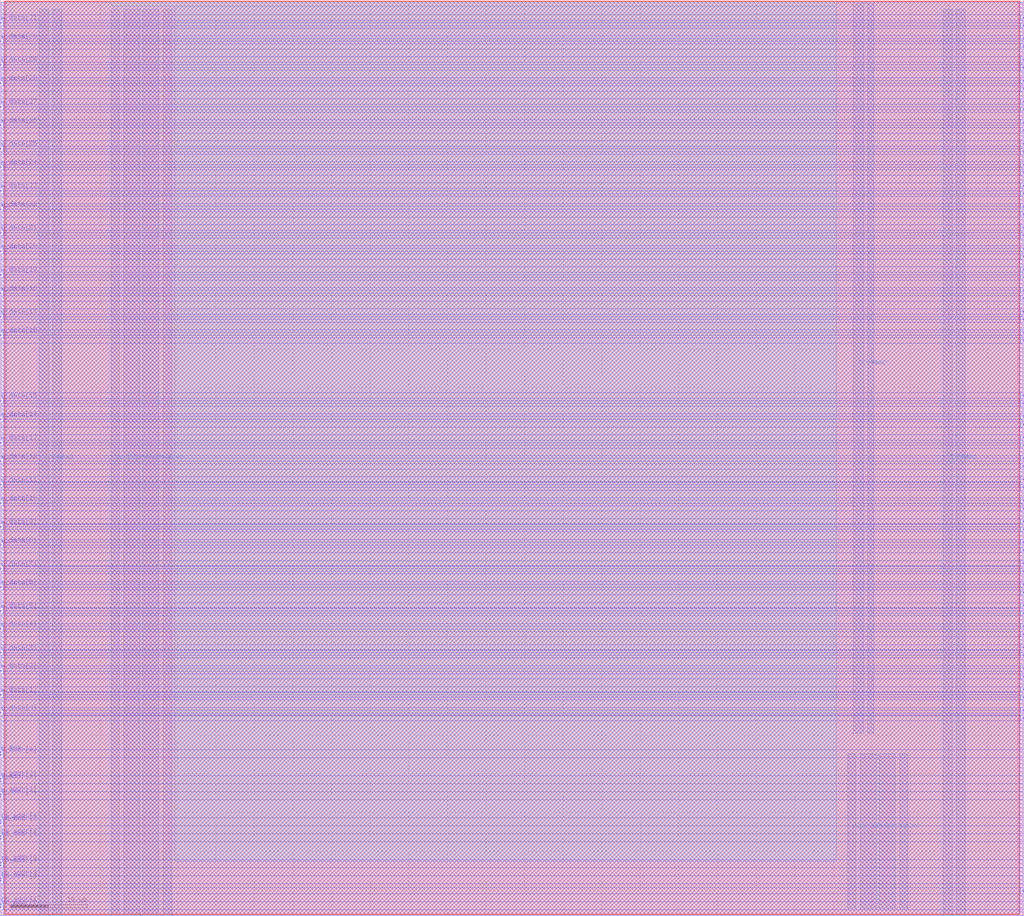
<source format=lef>
VERSION 5.7 ;
  NOWIREEXTENSIONATPIN ON ;
  DIVIDERCHAR "/" ;
  BUSBITCHARS "[]" ;
MACRO rf_top
  CLASS BLOCK ;
  FOREIGN rf_top ;
  ORIGIN 22.920 23.400 ;
  SIZE 132.640 BY 118.700 ;
  PIN VGND
    DIRECTION INPUT ;
    USE GROUND ;
    PORT
      LAYER met3 ;
        RECT -16.160 -23.360 -14.960 94.080 ;
    END
    PORT
      LAYER met3 ;
        RECT -8.550 -23.360 -7.490 94.080 ;
    END
    PORT
      LAYER met3 ;
        RECT -1.800 -23.360 -0.740 94.080 ;
    END
    PORT
      LAYER met3 ;
        RECT 86.860 -22.415 87.920 -2.415 ;
    END
    PORT
      LAYER met3 ;
        RECT 89.505 0.235 90.235 94.965 ;
    END
    PORT
      LAYER met3 ;
        RECT 93.610 -22.415 94.670 -2.415 ;
    END
    PORT
      LAYER met3 ;
        RECT 100.930 -23.360 102.130 94.080 ;
    END
  END VGND
  PIN VDPWR
    DIRECTION INPUT ;
    USE POWER ;
    PORT
      LAYER met3 ;
        RECT -17.860 -23.360 -16.660 94.080 ;
    END
    PORT
      LAYER met3 ;
        RECT -6.910 -23.360 -4.850 94.080 ;
    END
    PORT
      LAYER met3 ;
        RECT -4.440 -23.360 -2.380 94.080 ;
    END
    PORT
      LAYER met3 ;
        RECT 87.610 0.235 88.960 94.965 ;
    END
    PORT
      LAYER met3 ;
        RECT 88.500 -22.415 90.560 -2.415 ;
    END
    PORT
      LAYER met3 ;
        RECT 90.970 -22.415 93.030 -2.415 ;
    END
    PORT
      LAYER met3 ;
        RECT 99.230 -23.360 100.430 94.080 ;
    END
  END VDPWR
  PIN clk
    DIRECTION INPUT ;
    USE SIGNAL ;
    ANTENNAGATEAREA 0.450000 ;
    PORT
      LAYER met2 ;
        RECT 109.580 -20.285 109.720 -20.025 ;
    END
  END clk
  PIN w_data[0]
    DIRECTION INPUT ;
    USE SIGNAL ;
    ANTENNAGATEAREA 0.159000 ;
    PORT
      LAYER met2 ;
        RECT -22.920 2.820 -22.780 2.960 ;
    END
  END w_data[0]
  PIN w_data[1]
    DIRECTION INPUT ;
    USE SIGNAL ;
    ANTENNAGATEAREA 0.159000 ;
    PORT
      LAYER met2 ;
        RECT -22.920 5.200 -22.780 5.340 ;
    END
  END w_data[1]
  PIN w_data[2]
    DIRECTION INPUT ;
    USE SIGNAL ;
    ANTENNAGATEAREA 0.159000 ;
    PORT
      LAYER met2 ;
        RECT -22.920 8.260 -22.780 8.400 ;
    END
  END w_data[2]
  PIN w_data[3]
    DIRECTION INPUT ;
    USE SIGNAL ;
    ANTENNAGATEAREA 0.159000 ;
    PORT
      LAYER met2 ;
        RECT -22.920 10.640 -22.780 10.780 ;
    END
  END w_data[3]
  PIN w_data[4]
    DIRECTION INPUT ;
    USE SIGNAL ;
    ANTENNAGATEAREA 0.159000 ;
    PORT
      LAYER met2 ;
        RECT -22.920 13.700 -22.780 13.840 ;
    END
  END w_data[4]
  PIN w_data[5]
    DIRECTION INPUT ;
    USE SIGNAL ;
    ANTENNAGATEAREA 0.159000 ;
    PORT
      LAYER met2 ;
        RECT -22.920 16.080 -22.780 16.220 ;
    END
  END w_data[5]
  PIN w_data[6]
    DIRECTION INPUT ;
    USE SIGNAL ;
    ANTENNAGATEAREA 0.159000 ;
    PORT
      LAYER met2 ;
        RECT -22.920 19.140 -22.780 19.280 ;
    END
  END w_data[6]
  PIN w_data[7]
    DIRECTION INPUT ;
    USE SIGNAL ;
    ANTENNAGATEAREA 0.159000 ;
    PORT
      LAYER met2 ;
        RECT -22.920 21.520 -22.780 21.660 ;
    END
  END w_data[7]
  PIN w_data[8]
    DIRECTION INPUT ;
    USE SIGNAL ;
    ANTENNAGATEAREA 0.159000 ;
    PORT
      LAYER met2 ;
        RECT -22.920 24.580 -22.780 24.720 ;
    END
  END w_data[8]
  PIN w_data[9]
    DIRECTION INPUT ;
    USE SIGNAL ;
    ANTENNAGATEAREA 0.159000 ;
    PORT
      LAYER met2 ;
        RECT -22.920 26.960 -22.780 27.100 ;
    END
  END w_data[9]
  PIN w_data[10]
    DIRECTION INPUT ;
    USE SIGNAL ;
    ANTENNAGATEAREA 0.159000 ;
    PORT
      LAYER met2 ;
        RECT -22.920 30.020 -22.780 30.160 ;
    END
  END w_data[10]
  PIN w_data[11]
    DIRECTION INPUT ;
    USE SIGNAL ;
    ANTENNAGATEAREA 0.159000 ;
    PORT
      LAYER met2 ;
        RECT -22.920 32.400 -22.780 32.540 ;
    END
  END w_data[11]
  PIN w_data[12]
    DIRECTION INPUT ;
    USE SIGNAL ;
    ANTENNAGATEAREA 0.159000 ;
    PORT
      LAYER met2 ;
        RECT -22.920 35.460 -22.780 35.600 ;
    END
  END w_data[12]
  PIN w_data[13]
    DIRECTION INPUT ;
    USE SIGNAL ;
    ANTENNAGATEAREA 0.159000 ;
    PORT
      LAYER met2 ;
        RECT -22.920 37.840 -22.780 37.980 ;
    END
  END w_data[13]
  PIN w_data[14]
    DIRECTION INPUT ;
    USE SIGNAL ;
    ANTENNAGATEAREA 0.159000 ;
    PORT
      LAYER met2 ;
        RECT -22.920 40.900 -22.780 41.040 ;
    END
  END w_data[14]
  PIN w_data[15]
    DIRECTION INPUT ;
    USE SIGNAL ;
    ANTENNAGATEAREA 0.159000 ;
    PORT
      LAYER met2 ;
        RECT -22.920 43.280 -22.780 43.420 ;
    END
  END w_data[15]
  PIN w_data[16]
    DIRECTION INPUT ;
    USE SIGNAL ;
    ANTENNAGATEAREA 0.159000 ;
    PORT
      LAYER met2 ;
        RECT -22.920 51.780 -22.780 51.920 ;
    END
  END w_data[16]
  PIN w_data[17]
    DIRECTION INPUT ;
    USE SIGNAL ;
    ANTENNAGATEAREA 0.159000 ;
    PORT
      LAYER met2 ;
        RECT -22.920 54.160 -22.780 54.300 ;
    END
  END w_data[17]
  PIN w_data[18]
    DIRECTION INPUT ;
    USE SIGNAL ;
    ANTENNAGATEAREA 0.159000 ;
    PORT
      LAYER met2 ;
        RECT -22.920 57.220 -22.780 57.360 ;
    END
  END w_data[18]
  PIN w_data[19]
    DIRECTION INPUT ;
    USE SIGNAL ;
    ANTENNAGATEAREA 0.159000 ;
    PORT
      LAYER met2 ;
        RECT -22.920 59.600 -22.780 59.740 ;
    END
  END w_data[19]
  PIN w_data[20]
    DIRECTION INPUT ;
    USE SIGNAL ;
    ANTENNAGATEAREA 0.159000 ;
    PORT
      LAYER met2 ;
        RECT -22.920 62.660 -22.780 62.800 ;
    END
  END w_data[20]
  PIN w_data[21]
    DIRECTION INPUT ;
    USE SIGNAL ;
    ANTENNAGATEAREA 0.159000 ;
    PORT
      LAYER met2 ;
        RECT -22.920 65.040 -22.780 65.180 ;
    END
  END w_data[21]
  PIN w_data[22]
    DIRECTION INPUT ;
    USE SIGNAL ;
    ANTENNAGATEAREA 0.159000 ;
    PORT
      LAYER met2 ;
        RECT -22.920 68.100 -22.780 68.240 ;
    END
  END w_data[22]
  PIN w_data[23]
    DIRECTION INPUT ;
    USE SIGNAL ;
    ANTENNAGATEAREA 0.159000 ;
    PORT
      LAYER met2 ;
        RECT -22.920 70.480 -22.780 70.620 ;
    END
  END w_data[23]
  PIN w_data[24]
    DIRECTION INPUT ;
    USE SIGNAL ;
    ANTENNAGATEAREA 0.159000 ;
    PORT
      LAYER met2 ;
        RECT -22.920 73.540 -22.780 73.680 ;
    END
  END w_data[24]
  PIN w_data[25]
    DIRECTION INPUT ;
    USE SIGNAL ;
    ANTENNAGATEAREA 0.159000 ;
    PORT
      LAYER met2 ;
        RECT -22.920 75.920 -22.780 76.060 ;
    END
  END w_data[25]
  PIN w_data[26]
    DIRECTION INPUT ;
    USE SIGNAL ;
    ANTENNAGATEAREA 0.159000 ;
    PORT
      LAYER met2 ;
        RECT -22.920 78.980 -22.780 79.120 ;
    END
  END w_data[26]
  PIN w_data[27]
    DIRECTION INPUT ;
    USE SIGNAL ;
    ANTENNAGATEAREA 0.159000 ;
    PORT
      LAYER met2 ;
        RECT -22.920 81.360 -22.780 81.500 ;
    END
  END w_data[27]
  PIN w_data[28]
    DIRECTION INPUT ;
    USE SIGNAL ;
    ANTENNAGATEAREA 0.159000 ;
    PORT
      LAYER met2 ;
        RECT -22.920 84.420 -22.780 84.560 ;
    END
  END w_data[28]
  PIN w_data[29]
    DIRECTION INPUT ;
    USE SIGNAL ;
    ANTENNAGATEAREA 0.159000 ;
    PORT
      LAYER met2 ;
        RECT -22.920 86.800 -22.780 86.940 ;
    END
  END w_data[29]
  PIN w_data[30]
    DIRECTION INPUT ;
    USE SIGNAL ;
    ANTENNAGATEAREA 0.159000 ;
    PORT
      LAYER met2 ;
        RECT -22.920 89.860 -22.780 90.000 ;
    END
  END w_data[30]
  PIN w_data[31]
    DIRECTION INPUT ;
    USE SIGNAL ;
    ANTENNAGATEAREA 0.159000 ;
    PORT
      LAYER met2 ;
        RECT -22.920 92.240 -22.780 92.380 ;
    END
  END w_data[31]
  PIN w_addr[0]
    DIRECTION INPUT ;
    USE SIGNAL ;
    ANTENNAGATEAREA 0.159000 ;
    PORT
      LAYER met2 ;
        RECT -22.920 -8.060 -22.780 -7.920 ;
    END
  END w_addr[0]
  PIN w_addr[1]
    DIRECTION INPUT ;
    USE SIGNAL ;
    ANTENNAGATEAREA 0.159000 ;
    PORT
      LAYER met2 ;
        RECT -22.920 -7.720 -22.780 -7.580 ;
    END
  END w_addr[1]
  PIN w_addr[2]
    DIRECTION INPUT ;
    USE SIGNAL ;
    ANTENNAGATEAREA 0.159000 ;
    PORT
      LAYER met2 ;
        RECT -22.920 -6.020 -22.780 -5.880 ;
    END
  END w_addr[2]
  PIN w_addr[3]
    DIRECTION INPUT ;
    USE SIGNAL ;
    ANTENNAGATEAREA 0.159000 ;
    PORT
      LAYER met2 ;
        RECT -22.920 -5.680 -22.780 -5.540 ;
    END
  END w_addr[3]
  PIN w_addr[4]
    DIRECTION INPUT ;
    USE SIGNAL ;
    ANTENNAGATEAREA 0.159000 ;
    PORT
      LAYER met2 ;
        RECT -22.920 -2.620 -22.780 -2.480 ;
    END
  END w_addr[4]
  PIN w_ena
    DIRECTION INPUT ;
    USE SIGNAL ;
    ANTENNAGATEAREA 0.159000 ;
    PORT
      LAYER met2 ;
        RECT -22.920 -2.280 -22.780 -2.140 ;
    END
  END w_ena
  PIN ra_addr[0]
    DIRECTION INPUT ;
    USE SIGNAL ;
    ANTENNAGATEAREA 0.159000 ;
    PORT
      LAYER met2 ;
        RECT -22.920 -16.560 -22.780 -16.420 ;
    END
  END ra_addr[0]
  PIN ra_addr[1]
    DIRECTION INPUT ;
    USE SIGNAL ;
    ANTENNAGATEAREA 0.159000 ;
    PORT
      LAYER met2 ;
        RECT -22.920 -13.500 -22.780 -13.360 ;
    END
  END ra_addr[1]
  PIN ra_addr[2]
    DIRECTION INPUT ;
    USE SIGNAL ;
    ANTENNAGATEAREA 0.159000 ;
    PORT
      LAYER met2 ;
        RECT -22.920 -13.160 -22.780 -13.020 ;
    END
  END ra_addr[2]
  PIN ra_addr[3]
    DIRECTION INPUT ;
    USE SIGNAL ;
    ANTENNAGATEAREA 0.159000 ;
    PORT
      LAYER met2 ;
        RECT -22.920 -11.460 -22.780 -11.320 ;
    END
  END ra_addr[3]
  PIN ra_addr[4]
    DIRECTION INPUT ;
    USE SIGNAL ;
    ANTENNAGATEAREA 0.159000 ;
    PORT
      LAYER met2 ;
        RECT -22.920 -11.120 -22.780 -10.980 ;
    END
  END ra_addr[4]
  PIN ra_data[0]
    DIRECTION OUTPUT ;
    USE SIGNAL ;
    ANTENNADIFFAREA 0.891000 ;
    PORT
      LAYER met2 ;
        RECT 109.580 2.140 109.720 2.280 ;
    END
  END ra_data[0]
  PIN ra_data[1]
    DIRECTION OUTPUT ;
    USE SIGNAL ;
    ANTENNADIFFAREA 0.891000 ;
    PORT
      LAYER met2 ;
        RECT 109.580 5.880 109.720 6.020 ;
    END
  END ra_data[1]
  PIN ra_data[2]
    DIRECTION OUTPUT ;
    USE SIGNAL ;
    ANTENNADIFFAREA 0.891000 ;
    PORT
      LAYER met2 ;
        RECT 109.580 7.580 109.720 7.720 ;
    END
  END ra_data[2]
  PIN ra_data[3]
    DIRECTION OUTPUT ;
    USE SIGNAL ;
    ANTENNADIFFAREA 0.891000 ;
    PORT
      LAYER met2 ;
        RECT 109.580 11.320 109.720 11.460 ;
    END
  END ra_data[3]
  PIN ra_data[4]
    DIRECTION OUTPUT ;
    USE SIGNAL ;
    ANTENNADIFFAREA 0.891000 ;
    PORT
      LAYER met2 ;
        RECT 109.580 13.020 109.720 13.160 ;
    END
  END ra_data[4]
  PIN ra_data[5]
    DIRECTION OUTPUT ;
    USE SIGNAL ;
    ANTENNADIFFAREA 0.891000 ;
    PORT
      LAYER met2 ;
        RECT 109.580 16.760 109.720 16.900 ;
    END
  END ra_data[5]
  PIN ra_data[6]
    DIRECTION OUTPUT ;
    USE SIGNAL ;
    ANTENNADIFFAREA 0.891000 ;
    PORT
      LAYER met2 ;
        RECT 109.580 18.460 109.720 18.600 ;
    END
  END ra_data[6]
  PIN ra_data[7]
    DIRECTION OUTPUT ;
    USE SIGNAL ;
    ANTENNADIFFAREA 0.891000 ;
    PORT
      LAYER met2 ;
        RECT 109.580 22.200 109.720 22.340 ;
    END
  END ra_data[7]
  PIN ra_data[8]
    DIRECTION OUTPUT ;
    USE SIGNAL ;
    ANTENNADIFFAREA 0.891000 ;
    PORT
      LAYER met2 ;
        RECT 109.580 23.900 109.720 24.040 ;
    END
  END ra_data[8]
  PIN ra_data[9]
    DIRECTION OUTPUT ;
    USE SIGNAL ;
    ANTENNADIFFAREA 0.891000 ;
    PORT
      LAYER met2 ;
        RECT 109.580 27.640 109.720 27.780 ;
    END
  END ra_data[9]
  PIN ra_data[10]
    DIRECTION OUTPUT ;
    USE SIGNAL ;
    ANTENNADIFFAREA 0.891000 ;
    PORT
      LAYER met2 ;
        RECT 109.580 29.340 109.720 29.480 ;
    END
  END ra_data[10]
  PIN ra_data[11]
    DIRECTION OUTPUT ;
    USE SIGNAL ;
    ANTENNADIFFAREA 0.891000 ;
    PORT
      LAYER met2 ;
        RECT 109.580 33.080 109.720 33.220 ;
    END
  END ra_data[11]
  PIN ra_data[12]
    DIRECTION OUTPUT ;
    USE SIGNAL ;
    ANTENNADIFFAREA 0.891000 ;
    PORT
      LAYER met2 ;
        RECT 109.580 34.780 109.720 34.920 ;
    END
  END ra_data[12]
  PIN ra_data[13]
    DIRECTION OUTPUT ;
    USE SIGNAL ;
    ANTENNADIFFAREA 0.891000 ;
    PORT
      LAYER met2 ;
        RECT 109.580 38.520 109.720 38.660 ;
    END
  END ra_data[13]
  PIN ra_data[14]
    DIRECTION OUTPUT ;
    USE SIGNAL ;
    ANTENNADIFFAREA 0.891000 ;
    PORT
      LAYER met2 ;
        RECT 109.580 40.220 109.720 40.360 ;
    END
  END ra_data[14]
  PIN ra_data[15]
    DIRECTION OUTPUT ;
    USE SIGNAL ;
    ANTENNADIFFAREA 0.891000 ;
    PORT
      LAYER met2 ;
        RECT 109.580 43.960 109.720 44.100 ;
    END
  END ra_data[15]
  PIN ra_data[16]
    DIRECTION OUTPUT ;
    USE SIGNAL ;
    ANTENNADIFFAREA 0.891000 ;
    PORT
      LAYER met2 ;
        RECT 109.580 51.100 109.720 51.240 ;
    END
  END ra_data[16]
  PIN ra_data[17]
    DIRECTION OUTPUT ;
    USE SIGNAL ;
    ANTENNADIFFAREA 0.891000 ;
    PORT
      LAYER met2 ;
        RECT 109.580 54.840 109.720 54.980 ;
    END
  END ra_data[17]
  PIN ra_data[18]
    DIRECTION OUTPUT ;
    USE SIGNAL ;
    ANTENNADIFFAREA 0.891000 ;
    PORT
      LAYER met2 ;
        RECT 109.580 56.540 109.720 56.680 ;
    END
  END ra_data[18]
  PIN ra_data[19]
    DIRECTION OUTPUT ;
    USE SIGNAL ;
    ANTENNADIFFAREA 0.891000 ;
    PORT
      LAYER met2 ;
        RECT 109.580 60.280 109.720 60.420 ;
    END
  END ra_data[19]
  PIN ra_data[20]
    DIRECTION OUTPUT ;
    USE SIGNAL ;
    ANTENNADIFFAREA 0.891000 ;
    PORT
      LAYER met2 ;
        RECT 109.580 61.980 109.720 62.120 ;
    END
  END ra_data[20]
  PIN ra_data[21]
    DIRECTION OUTPUT ;
    USE SIGNAL ;
    ANTENNADIFFAREA 0.891000 ;
    PORT
      LAYER met2 ;
        RECT 109.580 65.720 109.720 65.860 ;
    END
  END ra_data[21]
  PIN ra_data[22]
    DIRECTION OUTPUT ;
    USE SIGNAL ;
    ANTENNADIFFAREA 0.891000 ;
    PORT
      LAYER met2 ;
        RECT 109.580 67.420 109.720 67.560 ;
    END
  END ra_data[22]
  PIN ra_data[23]
    DIRECTION OUTPUT ;
    USE SIGNAL ;
    ANTENNADIFFAREA 0.891000 ;
    PORT
      LAYER met2 ;
        RECT 109.580 71.160 109.720 71.300 ;
    END
  END ra_data[23]
  PIN ra_data[24]
    DIRECTION OUTPUT ;
    USE SIGNAL ;
    ANTENNADIFFAREA 0.891000 ;
    PORT
      LAYER met2 ;
        RECT 109.580 72.860 109.720 73.000 ;
    END
  END ra_data[24]
  PIN ra_data[25]
    DIRECTION OUTPUT ;
    USE SIGNAL ;
    ANTENNADIFFAREA 0.891000 ;
    PORT
      LAYER met2 ;
        RECT 109.580 76.600 109.720 76.740 ;
    END
  END ra_data[25]
  PIN ra_data[26]
    DIRECTION OUTPUT ;
    USE SIGNAL ;
    ANTENNADIFFAREA 0.891000 ;
    PORT
      LAYER met2 ;
        RECT 109.580 78.300 109.720 78.440 ;
    END
  END ra_data[26]
  PIN ra_data[27]
    DIRECTION OUTPUT ;
    USE SIGNAL ;
    ANTENNADIFFAREA 0.891000 ;
    PORT
      LAYER met2 ;
        RECT 109.580 82.040 109.720 82.180 ;
    END
  END ra_data[27]
  PIN ra_data[28]
    DIRECTION OUTPUT ;
    USE SIGNAL ;
    ANTENNADIFFAREA 0.891000 ;
    PORT
      LAYER met2 ;
        RECT 109.580 83.740 109.720 83.880 ;
    END
  END ra_data[28]
  PIN ra_data[29]
    DIRECTION OUTPUT ;
    USE SIGNAL ;
    ANTENNADIFFAREA 0.891000 ;
    PORT
      LAYER met2 ;
        RECT 109.580 87.480 109.720 87.620 ;
    END
  END ra_data[29]
  PIN ra_data[30]
    DIRECTION OUTPUT ;
    USE SIGNAL ;
    ANTENNADIFFAREA 0.891000 ;
    PORT
      LAYER met2 ;
        RECT 109.580 89.180 109.720 89.320 ;
    END
  END ra_data[30]
  PIN ra_data[31]
    DIRECTION OUTPUT ;
    USE SIGNAL ;
    ANTENNADIFFAREA 0.891000 ;
    PORT
      LAYER met2 ;
        RECT 109.580 92.920 109.720 93.060 ;
    END
  END ra_data[31]
  PIN rb_addr[0]
    DIRECTION INPUT ;
    USE SIGNAL ;
    ANTENNAGATEAREA 0.159000 ;
    PORT
      LAYER met2 ;
        RECT -22.920 -22.340 -22.780 -22.200 ;
    END
  END rb_addr[0]
  PIN rb_addr[1]
    DIRECTION INPUT ;
    USE SIGNAL ;
    ANTENNAGATEAREA 0.159000 ;
    PORT
      LAYER met2 ;
        RECT -22.920 -22.000 -22.780 -21.860 ;
    END
  END rb_addr[1]
  PIN rb_addr[2]
    DIRECTION INPUT ;
    USE SIGNAL ;
    ANTENNAGATEAREA 0.159000 ;
    PORT
      LAYER met2 ;
        RECT -22.920 -18.940 -22.780 -18.800 ;
    END
  END rb_addr[2]
  PIN rb_addr[3]
    DIRECTION INPUT ;
    USE SIGNAL ;
    ANTENNAGATEAREA 0.159000 ;
    PORT
      LAYER met2 ;
        RECT -22.920 -18.600 -22.780 -18.460 ;
    END
  END rb_addr[3]
  PIN rb_addr[4]
    DIRECTION INPUT ;
    USE SIGNAL ;
    ANTENNAGATEAREA 0.159000 ;
    PORT
      LAYER met2 ;
        RECT -22.920 -16.900 -22.780 -16.760 ;
    END
  END rb_addr[4]
  PIN rb_data[0]
    DIRECTION OUTPUT ;
    USE SIGNAL ;
    ANTENNADIFFAREA 0.891000 ;
    PORT
      LAYER met2 ;
        RECT 109.580 3.160 109.720 3.300 ;
    END
  END rb_data[0]
  PIN rb_data[1]
    DIRECTION OUTPUT ;
    USE SIGNAL ;
    ANTENNADIFFAREA 0.891000 ;
    PORT
      LAYER met2 ;
        RECT 109.580 4.860 109.720 5.000 ;
    END
  END rb_data[1]
  PIN rb_data[2]
    DIRECTION OUTPUT ;
    USE SIGNAL ;
    ANTENNADIFFAREA 0.891000 ;
    PORT
      LAYER met2 ;
        RECT 109.580 8.600 109.720 8.740 ;
    END
  END rb_data[2]
  PIN rb_data[3]
    DIRECTION OUTPUT ;
    USE SIGNAL ;
    ANTENNADIFFAREA 0.891000 ;
    PORT
      LAYER met2 ;
        RECT 109.580 10.300 109.720 10.440 ;
    END
  END rb_data[3]
  PIN rb_data[4]
    DIRECTION OUTPUT ;
    USE SIGNAL ;
    ANTENNADIFFAREA 0.891000 ;
    PORT
      LAYER met2 ;
        RECT 109.580 14.040 109.720 14.180 ;
    END
  END rb_data[4]
  PIN rb_data[5]
    DIRECTION OUTPUT ;
    USE SIGNAL ;
    ANTENNADIFFAREA 0.891000 ;
    PORT
      LAYER met2 ;
        RECT 109.580 15.740 109.720 15.880 ;
    END
  END rb_data[5]
  PIN rb_data[6]
    DIRECTION OUTPUT ;
    USE SIGNAL ;
    ANTENNADIFFAREA 0.891000 ;
    PORT
      LAYER met2 ;
        RECT 109.580 19.480 109.720 19.620 ;
    END
  END rb_data[6]
  PIN rb_data[7]
    DIRECTION OUTPUT ;
    USE SIGNAL ;
    ANTENNADIFFAREA 0.891000 ;
    PORT
      LAYER met2 ;
        RECT 109.580 21.180 109.720 21.320 ;
    END
  END rb_data[7]
  PIN rb_data[8]
    DIRECTION OUTPUT ;
    USE SIGNAL ;
    ANTENNADIFFAREA 0.891000 ;
    PORT
      LAYER met2 ;
        RECT 109.580 24.920 109.720 25.060 ;
    END
  END rb_data[8]
  PIN rb_data[9]
    DIRECTION OUTPUT ;
    USE SIGNAL ;
    ANTENNADIFFAREA 0.891000 ;
    PORT
      LAYER met2 ;
        RECT 109.580 26.620 109.720 26.760 ;
    END
  END rb_data[9]
  PIN rb_data[10]
    DIRECTION OUTPUT ;
    USE SIGNAL ;
    ANTENNADIFFAREA 0.891000 ;
    PORT
      LAYER met2 ;
        RECT 109.580 30.360 109.720 30.500 ;
    END
  END rb_data[10]
  PIN rb_data[11]
    DIRECTION OUTPUT ;
    USE SIGNAL ;
    ANTENNADIFFAREA 0.891000 ;
    PORT
      LAYER met2 ;
        RECT 109.580 32.060 109.720 32.200 ;
    END
  END rb_data[11]
  PIN rb_data[12]
    DIRECTION OUTPUT ;
    USE SIGNAL ;
    ANTENNADIFFAREA 0.891000 ;
    PORT
      LAYER met2 ;
        RECT 109.580 35.800 109.720 35.940 ;
    END
  END rb_data[12]
  PIN rb_data[13]
    DIRECTION OUTPUT ;
    USE SIGNAL ;
    ANTENNADIFFAREA 0.891000 ;
    PORT
      LAYER met2 ;
        RECT 109.580 37.500 109.720 37.640 ;
    END
  END rb_data[13]
  PIN rb_data[14]
    DIRECTION OUTPUT ;
    USE SIGNAL ;
    ANTENNADIFFAREA 0.891000 ;
    PORT
      LAYER met2 ;
        RECT 109.580 41.240 109.720 41.380 ;
    END
  END rb_data[14]
  PIN rb_data[15]
    DIRECTION OUTPUT ;
    USE SIGNAL ;
    ANTENNADIFFAREA 0.891000 ;
    PORT
      LAYER met2 ;
        RECT 109.580 42.940 109.720 43.080 ;
    END
  END rb_data[15]
  PIN rb_data[16]
    DIRECTION OUTPUT ;
    USE SIGNAL ;
    ANTENNADIFFAREA 0.891000 ;
    PORT
      LAYER met2 ;
        RECT 109.580 52.120 109.720 52.260 ;
    END
  END rb_data[16]
  PIN rb_data[17]
    DIRECTION OUTPUT ;
    USE SIGNAL ;
    ANTENNADIFFAREA 0.891000 ;
    PORT
      LAYER met2 ;
        RECT 109.580 53.820 109.720 53.960 ;
    END
  END rb_data[17]
  PIN rb_data[18]
    DIRECTION OUTPUT ;
    USE SIGNAL ;
    ANTENNADIFFAREA 0.891000 ;
    PORT
      LAYER met2 ;
        RECT 109.580 57.560 109.720 57.700 ;
    END
  END rb_data[18]
  PIN rb_data[19]
    DIRECTION OUTPUT ;
    USE SIGNAL ;
    ANTENNADIFFAREA 0.891000 ;
    PORT
      LAYER met2 ;
        RECT 109.580 59.260 109.720 59.400 ;
    END
  END rb_data[19]
  PIN rb_data[20]
    DIRECTION OUTPUT ;
    USE SIGNAL ;
    ANTENNADIFFAREA 0.891000 ;
    PORT
      LAYER met2 ;
        RECT 109.580 63.000 109.720 63.140 ;
    END
  END rb_data[20]
  PIN rb_data[21]
    DIRECTION OUTPUT ;
    USE SIGNAL ;
    ANTENNADIFFAREA 0.891000 ;
    PORT
      LAYER met2 ;
        RECT 109.580 64.700 109.720 64.840 ;
    END
  END rb_data[21]
  PIN rb_data[22]
    DIRECTION OUTPUT ;
    USE SIGNAL ;
    ANTENNADIFFAREA 0.891000 ;
    PORT
      LAYER met2 ;
        RECT 109.580 68.440 109.720 68.580 ;
    END
  END rb_data[22]
  PIN rb_data[23]
    DIRECTION OUTPUT ;
    USE SIGNAL ;
    ANTENNADIFFAREA 0.891000 ;
    PORT
      LAYER met2 ;
        RECT 109.580 70.140 109.720 70.280 ;
    END
  END rb_data[23]
  PIN rb_data[24]
    DIRECTION OUTPUT ;
    USE SIGNAL ;
    ANTENNADIFFAREA 0.891000 ;
    PORT
      LAYER met2 ;
        RECT 109.580 73.880 109.720 74.020 ;
    END
  END rb_data[24]
  PIN rb_data[25]
    DIRECTION OUTPUT ;
    USE SIGNAL ;
    ANTENNADIFFAREA 0.891000 ;
    PORT
      LAYER met2 ;
        RECT 109.580 75.580 109.720 75.720 ;
    END
  END rb_data[25]
  PIN rb_data[26]
    DIRECTION OUTPUT ;
    USE SIGNAL ;
    ANTENNADIFFAREA 0.891000 ;
    PORT
      LAYER met2 ;
        RECT 109.580 79.320 109.720 79.460 ;
    END
  END rb_data[26]
  PIN rb_data[27]
    DIRECTION OUTPUT ;
    USE SIGNAL ;
    ANTENNADIFFAREA 0.891000 ;
    PORT
      LAYER met2 ;
        RECT 109.580 81.020 109.720 81.160 ;
    END
  END rb_data[27]
  PIN rb_data[28]
    DIRECTION OUTPUT ;
    USE SIGNAL ;
    ANTENNADIFFAREA 0.891000 ;
    PORT
      LAYER met2 ;
        RECT 109.580 84.760 109.720 84.900 ;
    END
  END rb_data[28]
  PIN rb_data[29]
    DIRECTION OUTPUT ;
    USE SIGNAL ;
    ANTENNADIFFAREA 0.891000 ;
    PORT
      LAYER met2 ;
        RECT 109.580 86.460 109.720 86.600 ;
    END
  END rb_data[29]
  PIN rb_data[30]
    DIRECTION OUTPUT ;
    USE SIGNAL ;
    ANTENNADIFFAREA 0.891000 ;
    PORT
      LAYER met2 ;
        RECT 109.580 90.200 109.720 90.340 ;
    END
  END rb_data[30]
  PIN rb_data[31]
    DIRECTION OUTPUT ;
    USE SIGNAL ;
    ANTENNADIFFAREA 0.891000 ;
    PORT
      LAYER met2 ;
        RECT 109.580 91.900 109.720 92.040 ;
    END
  END rb_data[31]
  OBS
      LAYER nwell ;
        RECT -22.350 -23.205 109.150 95.105 ;
      LAYER li1 ;
        RECT -22.160 -23.205 108.960 94.965 ;
      LAYER met1 ;
        RECT -22.550 -23.360 109.560 94.960 ;
      LAYER met2 ;
        RECT -22.780 93.340 109.580 94.985 ;
        RECT -22.780 92.660 109.300 93.340 ;
        RECT -22.500 92.640 109.300 92.660 ;
        RECT -22.500 92.320 109.580 92.640 ;
        RECT -22.500 91.960 109.300 92.320 ;
        RECT -22.780 91.620 109.300 91.960 ;
        RECT -22.780 90.620 109.580 91.620 ;
        RECT -22.780 90.280 109.300 90.620 ;
        RECT -22.500 89.920 109.300 90.280 ;
        RECT -22.500 89.600 109.580 89.920 ;
        RECT -22.500 89.580 109.300 89.600 ;
        RECT -22.780 88.900 109.300 89.580 ;
        RECT -22.780 87.900 109.580 88.900 ;
        RECT -22.780 87.220 109.300 87.900 ;
        RECT -22.500 87.200 109.300 87.220 ;
        RECT -22.500 86.880 109.580 87.200 ;
        RECT -22.500 86.520 109.300 86.880 ;
        RECT -22.780 86.180 109.300 86.520 ;
        RECT -22.780 85.180 109.580 86.180 ;
        RECT -22.780 84.840 109.300 85.180 ;
        RECT -22.500 84.480 109.300 84.840 ;
        RECT -22.500 84.160 109.580 84.480 ;
        RECT -22.500 84.140 109.300 84.160 ;
        RECT -22.780 83.460 109.300 84.140 ;
        RECT -22.780 82.460 109.580 83.460 ;
        RECT -22.780 81.780 109.300 82.460 ;
        RECT -22.500 81.760 109.300 81.780 ;
        RECT -22.500 81.440 109.580 81.760 ;
        RECT -22.500 81.080 109.300 81.440 ;
        RECT -22.780 80.740 109.300 81.080 ;
        RECT -22.780 79.740 109.580 80.740 ;
        RECT -22.780 79.400 109.300 79.740 ;
        RECT -22.500 79.040 109.300 79.400 ;
        RECT -22.500 78.720 109.580 79.040 ;
        RECT -22.500 78.700 109.300 78.720 ;
        RECT -22.780 78.020 109.300 78.700 ;
        RECT -22.780 77.020 109.580 78.020 ;
        RECT -22.780 76.340 109.300 77.020 ;
        RECT -22.500 76.320 109.300 76.340 ;
        RECT -22.500 76.000 109.580 76.320 ;
        RECT -22.500 75.640 109.300 76.000 ;
        RECT -22.780 75.300 109.300 75.640 ;
        RECT -22.780 74.300 109.580 75.300 ;
        RECT -22.780 73.960 109.300 74.300 ;
        RECT -22.500 73.600 109.300 73.960 ;
        RECT -22.500 73.280 109.580 73.600 ;
        RECT -22.500 73.260 109.300 73.280 ;
        RECT -22.780 72.580 109.300 73.260 ;
        RECT -22.780 71.580 109.580 72.580 ;
        RECT -22.780 70.900 109.300 71.580 ;
        RECT -22.500 70.880 109.300 70.900 ;
        RECT -22.500 70.560 109.580 70.880 ;
        RECT -22.500 70.200 109.300 70.560 ;
        RECT -22.780 69.860 109.300 70.200 ;
        RECT -22.780 68.860 109.580 69.860 ;
        RECT -22.780 68.520 109.300 68.860 ;
        RECT -22.500 68.160 109.300 68.520 ;
        RECT -22.500 67.840 109.580 68.160 ;
        RECT -22.500 67.820 109.300 67.840 ;
        RECT -22.780 67.140 109.300 67.820 ;
        RECT -22.780 66.140 109.580 67.140 ;
        RECT -22.780 65.460 109.300 66.140 ;
        RECT -22.500 65.440 109.300 65.460 ;
        RECT -22.500 65.120 109.580 65.440 ;
        RECT -22.500 64.760 109.300 65.120 ;
        RECT -22.780 64.420 109.300 64.760 ;
        RECT -22.780 63.420 109.580 64.420 ;
        RECT -22.780 63.080 109.300 63.420 ;
        RECT -22.500 62.720 109.300 63.080 ;
        RECT -22.500 62.400 109.580 62.720 ;
        RECT -22.500 62.380 109.300 62.400 ;
        RECT -22.780 61.700 109.300 62.380 ;
        RECT -22.780 60.700 109.580 61.700 ;
        RECT -22.780 60.020 109.300 60.700 ;
        RECT -22.500 60.000 109.300 60.020 ;
        RECT -22.500 59.680 109.580 60.000 ;
        RECT -22.500 59.320 109.300 59.680 ;
        RECT -22.780 58.980 109.300 59.320 ;
        RECT -22.780 57.980 109.580 58.980 ;
        RECT -22.780 57.640 109.300 57.980 ;
        RECT -22.500 57.280 109.300 57.640 ;
        RECT -22.500 56.960 109.580 57.280 ;
        RECT -22.500 56.940 109.300 56.960 ;
        RECT -22.780 56.260 109.300 56.940 ;
        RECT -22.780 55.260 109.580 56.260 ;
        RECT -22.780 54.580 109.300 55.260 ;
        RECT -22.500 54.560 109.300 54.580 ;
        RECT -22.500 54.240 109.580 54.560 ;
        RECT -22.500 53.880 109.300 54.240 ;
        RECT -22.780 53.540 109.300 53.880 ;
        RECT -22.780 52.540 109.580 53.540 ;
        RECT -22.780 52.200 109.300 52.540 ;
        RECT -22.500 51.840 109.300 52.200 ;
        RECT -22.500 51.520 109.580 51.840 ;
        RECT -22.500 51.500 109.300 51.520 ;
        RECT -22.780 50.820 109.300 51.500 ;
        RECT -22.780 44.380 109.580 50.820 ;
        RECT -22.780 43.700 109.300 44.380 ;
        RECT -22.500 43.680 109.300 43.700 ;
        RECT -22.500 43.360 109.580 43.680 ;
        RECT -22.500 43.000 109.300 43.360 ;
        RECT -22.780 42.660 109.300 43.000 ;
        RECT -22.780 41.660 109.580 42.660 ;
        RECT -22.780 41.320 109.300 41.660 ;
        RECT -22.500 40.960 109.300 41.320 ;
        RECT -22.500 40.640 109.580 40.960 ;
        RECT -22.500 40.620 109.300 40.640 ;
        RECT -22.780 39.940 109.300 40.620 ;
        RECT -22.780 38.940 109.580 39.940 ;
        RECT -22.780 38.260 109.300 38.940 ;
        RECT -22.500 38.240 109.300 38.260 ;
        RECT -22.500 37.920 109.580 38.240 ;
        RECT -22.500 37.560 109.300 37.920 ;
        RECT -22.780 37.220 109.300 37.560 ;
        RECT -22.780 36.220 109.580 37.220 ;
        RECT -22.780 35.880 109.300 36.220 ;
        RECT -22.500 35.520 109.300 35.880 ;
        RECT -22.500 35.200 109.580 35.520 ;
        RECT -22.500 35.180 109.300 35.200 ;
        RECT -22.780 34.500 109.300 35.180 ;
        RECT -22.780 33.500 109.580 34.500 ;
        RECT -22.780 32.820 109.300 33.500 ;
        RECT -22.500 32.800 109.300 32.820 ;
        RECT -22.500 32.480 109.580 32.800 ;
        RECT -22.500 32.120 109.300 32.480 ;
        RECT -22.780 31.780 109.300 32.120 ;
        RECT -22.780 30.780 109.580 31.780 ;
        RECT -22.780 30.440 109.300 30.780 ;
        RECT -22.500 30.080 109.300 30.440 ;
        RECT -22.500 29.760 109.580 30.080 ;
        RECT -22.500 29.740 109.300 29.760 ;
        RECT -22.780 29.060 109.300 29.740 ;
        RECT -22.780 28.060 109.580 29.060 ;
        RECT -22.780 27.380 109.300 28.060 ;
        RECT -22.500 27.360 109.300 27.380 ;
        RECT -22.500 27.040 109.580 27.360 ;
        RECT -22.500 26.680 109.300 27.040 ;
        RECT -22.780 26.340 109.300 26.680 ;
        RECT -22.780 25.340 109.580 26.340 ;
        RECT -22.780 25.000 109.300 25.340 ;
        RECT -22.500 24.640 109.300 25.000 ;
        RECT -22.500 24.320 109.580 24.640 ;
        RECT -22.500 24.300 109.300 24.320 ;
        RECT -22.780 23.620 109.300 24.300 ;
        RECT -22.780 22.620 109.580 23.620 ;
        RECT -22.780 21.940 109.300 22.620 ;
        RECT -22.500 21.920 109.300 21.940 ;
        RECT -22.500 21.600 109.580 21.920 ;
        RECT -22.500 21.240 109.300 21.600 ;
        RECT -22.780 20.900 109.300 21.240 ;
        RECT -22.780 19.900 109.580 20.900 ;
        RECT -22.780 19.560 109.300 19.900 ;
        RECT -22.500 19.200 109.300 19.560 ;
        RECT -22.500 18.880 109.580 19.200 ;
        RECT -22.500 18.860 109.300 18.880 ;
        RECT -22.780 18.180 109.300 18.860 ;
        RECT -22.780 17.180 109.580 18.180 ;
        RECT -22.780 16.500 109.300 17.180 ;
        RECT -22.500 16.480 109.300 16.500 ;
        RECT -22.500 16.160 109.580 16.480 ;
        RECT -22.500 15.800 109.300 16.160 ;
        RECT -22.780 15.460 109.300 15.800 ;
        RECT -22.780 14.460 109.580 15.460 ;
        RECT -22.780 14.120 109.300 14.460 ;
        RECT -22.500 13.760 109.300 14.120 ;
        RECT -22.500 13.440 109.580 13.760 ;
        RECT -22.500 13.420 109.300 13.440 ;
        RECT -22.780 12.740 109.300 13.420 ;
        RECT -22.780 11.740 109.580 12.740 ;
        RECT -22.780 11.060 109.300 11.740 ;
        RECT -22.500 11.040 109.300 11.060 ;
        RECT -22.500 10.720 109.580 11.040 ;
        RECT -22.500 10.360 109.300 10.720 ;
        RECT -22.780 10.020 109.300 10.360 ;
        RECT -22.780 9.020 109.580 10.020 ;
        RECT -22.780 8.680 109.300 9.020 ;
        RECT -22.500 8.320 109.300 8.680 ;
        RECT -22.500 8.000 109.580 8.320 ;
        RECT -22.500 7.980 109.300 8.000 ;
        RECT -22.780 7.300 109.300 7.980 ;
        RECT -22.780 6.300 109.580 7.300 ;
        RECT -22.780 5.620 109.300 6.300 ;
        RECT -22.500 5.600 109.300 5.620 ;
        RECT -22.500 5.280 109.580 5.600 ;
        RECT -22.500 4.920 109.300 5.280 ;
        RECT -22.780 4.580 109.300 4.920 ;
        RECT -22.780 3.580 109.580 4.580 ;
        RECT -22.780 3.240 109.300 3.580 ;
        RECT -22.500 2.880 109.300 3.240 ;
        RECT -22.500 2.560 109.580 2.880 ;
        RECT -22.500 2.540 109.300 2.560 ;
        RECT -22.780 1.860 109.300 2.540 ;
        RECT -22.780 -1.860 109.580 1.860 ;
        RECT -22.500 -2.900 109.580 -1.860 ;
        RECT -22.780 -5.260 109.580 -2.900 ;
        RECT -22.500 -6.300 109.580 -5.260 ;
        RECT -22.780 -7.300 109.580 -6.300 ;
        RECT -22.500 -8.340 109.580 -7.300 ;
        RECT -22.780 -10.700 109.580 -8.340 ;
        RECT -22.500 -11.740 109.580 -10.700 ;
        RECT -22.780 -12.740 109.580 -11.740 ;
        RECT -22.500 -13.780 109.580 -12.740 ;
        RECT -22.780 -16.140 109.580 -13.780 ;
        RECT -22.500 -17.180 109.580 -16.140 ;
        RECT -22.780 -18.180 109.580 -17.180 ;
        RECT -22.500 -19.220 109.580 -18.180 ;
        RECT -22.780 -19.745 109.580 -19.220 ;
        RECT -22.780 -20.565 109.300 -19.745 ;
        RECT -22.780 -21.580 109.580 -20.565 ;
        RECT -22.500 -22.620 109.580 -21.580 ;
        RECT -22.780 -23.360 109.580 -22.620 ;
      LAYER met3 ;
        RECT -8.550 94.480 85.365 94.965 ;
        RECT -0.340 -16.335 85.365 94.480 ;
  END
END rf_top
END LIBRARY


</source>
